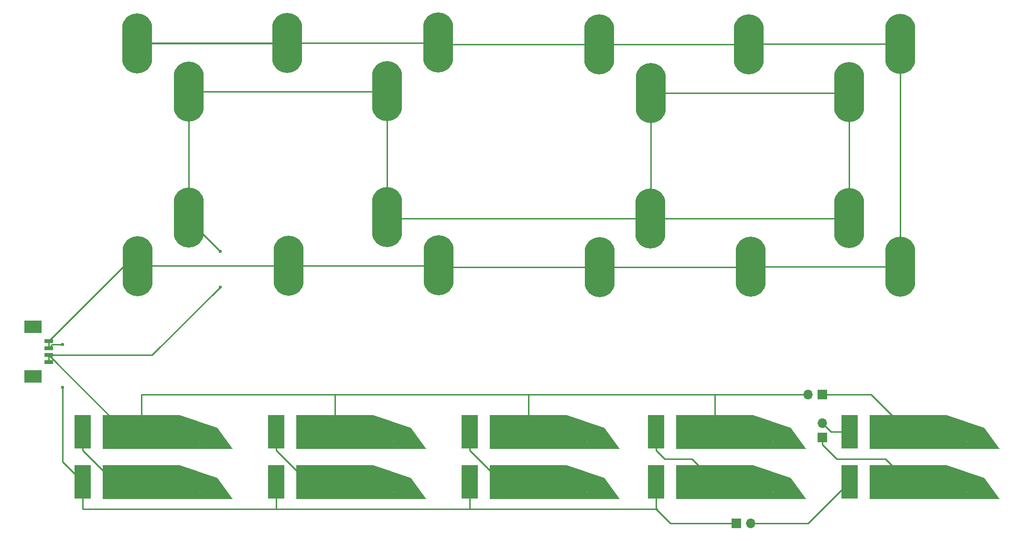
<source format=gtl>
G04 #@! TF.FileFunction,Copper,L1,Top,Signal*
%FSLAX46Y46*%
G04 Gerber Fmt 4.6, Leading zero omitted, Abs format (unit mm)*
G04 Created by KiCad (PCBNEW 4.0.7) date Fri Jul 20 16:26:56 2018*
%MOMM*%
%LPD*%
G01*
G04 APERTURE LIST*
%ADD10C,0.100000*%
%ADD11O,5.330000X10.660000*%
%ADD12R,3.000000X6.000000*%
%ADD13R,13.720000X6.000000*%
%ADD14R,4.000000X1.500000*%
%ADD15R,15.000000X1.000000*%
%ADD16R,1.700000X1.700000*%
%ADD17O,1.700000X1.700000*%
%ADD18R,1.500000X0.800000*%
%ADD19R,3.100000X2.200000*%
%ADD20C,0.600000*%
%ADD21C,0.250000*%
G04 APERTURE END LIST*
D10*
D11*
X212174800Y-50599200D03*
X247343800Y-50507200D03*
X203060800Y-42009200D03*
X229608800Y-41990200D03*
X256378800Y-41895200D03*
X247327800Y-72849200D03*
X212158800Y-72941200D03*
X256441800Y-81439200D03*
X229893800Y-81458200D03*
X203123800Y-81553200D03*
D12*
X111506000Y-110744000D03*
D13*
X121920000Y-110744000D03*
D10*
G36*
X128755000Y-113694000D02*
X128755000Y-107794000D01*
X135405000Y-110094000D01*
X135405000Y-111394000D01*
X128755000Y-113694000D01*
X128755000Y-113694000D01*
G37*
G36*
X138097000Y-113800500D02*
X131397000Y-113800500D01*
X134097000Y-110100500D01*
X135397000Y-110100500D01*
X138097000Y-113800500D01*
X138097000Y-113800500D01*
G37*
D14*
X130365500Y-113030000D03*
D15*
X123888500Y-113284000D03*
X122555000Y-113284000D03*
D12*
X145796000Y-110744000D03*
D13*
X156210000Y-110744000D03*
D10*
G36*
X163045000Y-113694000D02*
X163045000Y-107794000D01*
X169695000Y-110094000D01*
X169695000Y-111394000D01*
X163045000Y-113694000D01*
X163045000Y-113694000D01*
G37*
G36*
X172387000Y-113800500D02*
X165687000Y-113800500D01*
X168387000Y-110100500D01*
X169687000Y-110100500D01*
X172387000Y-113800500D01*
X172387000Y-113800500D01*
G37*
D14*
X164655500Y-113030000D03*
D15*
X158178500Y-113284000D03*
X156845000Y-113284000D03*
D11*
X130336000Y-50396000D03*
X165505000Y-50304000D03*
X121222000Y-41806000D03*
X147770000Y-41787000D03*
X174540000Y-41692000D03*
X165489000Y-72646000D03*
X130320000Y-72738000D03*
X174603000Y-81236000D03*
X148055000Y-81255000D03*
X121285000Y-81350000D03*
D12*
X180086000Y-110744000D03*
D13*
X190500000Y-110744000D03*
D10*
G36*
X197335000Y-113694000D02*
X197335000Y-107794000D01*
X203985000Y-110094000D01*
X203985000Y-111394000D01*
X197335000Y-113694000D01*
X197335000Y-113694000D01*
G37*
G36*
X206677000Y-113800500D02*
X199977000Y-113800500D01*
X202677000Y-110100500D01*
X203977000Y-110100500D01*
X206677000Y-113800500D01*
X206677000Y-113800500D01*
G37*
D14*
X198945500Y-113030000D03*
D15*
X192468500Y-113284000D03*
X191135000Y-113284000D03*
D12*
X213106000Y-110744000D03*
D13*
X223520000Y-110744000D03*
D10*
G36*
X230355000Y-113694000D02*
X230355000Y-107794000D01*
X237005000Y-110094000D01*
X237005000Y-111394000D01*
X230355000Y-113694000D01*
X230355000Y-113694000D01*
G37*
G36*
X239697000Y-113800500D02*
X232997000Y-113800500D01*
X235697000Y-110100500D01*
X236997000Y-110100500D01*
X239697000Y-113800500D01*
X239697000Y-113800500D01*
G37*
D14*
X231965500Y-113030000D03*
D15*
X225488500Y-113284000D03*
X224155000Y-113284000D03*
D12*
X247396000Y-110744000D03*
D13*
X257810000Y-110744000D03*
D10*
G36*
X264645000Y-113694000D02*
X264645000Y-107794000D01*
X271295000Y-110094000D01*
X271295000Y-111394000D01*
X264645000Y-113694000D01*
X264645000Y-113694000D01*
G37*
G36*
X273987000Y-113800500D02*
X267287000Y-113800500D01*
X269987000Y-110100500D01*
X271287000Y-110100500D01*
X273987000Y-113800500D01*
X273987000Y-113800500D01*
G37*
D14*
X266255500Y-113030000D03*
D15*
X259778500Y-113284000D03*
X258445000Y-113284000D03*
D12*
X111506000Y-119634000D03*
D13*
X121920000Y-119634000D03*
D10*
G36*
X128755000Y-122584000D02*
X128755000Y-116684000D01*
X135405000Y-118984000D01*
X135405000Y-120284000D01*
X128755000Y-122584000D01*
X128755000Y-122584000D01*
G37*
G36*
X138097000Y-122690500D02*
X131397000Y-122690500D01*
X134097000Y-118990500D01*
X135397000Y-118990500D01*
X138097000Y-122690500D01*
X138097000Y-122690500D01*
G37*
D14*
X130365500Y-121920000D03*
D15*
X123888500Y-122174000D03*
X122555000Y-122174000D03*
D12*
X145796000Y-119634000D03*
D13*
X156210000Y-119634000D03*
D10*
G36*
X163045000Y-122584000D02*
X163045000Y-116684000D01*
X169695000Y-118984000D01*
X169695000Y-120284000D01*
X163045000Y-122584000D01*
X163045000Y-122584000D01*
G37*
G36*
X172387000Y-122690500D02*
X165687000Y-122690500D01*
X168387000Y-118990500D01*
X169687000Y-118990500D01*
X172387000Y-122690500D01*
X172387000Y-122690500D01*
G37*
D14*
X164655500Y-121920000D03*
D15*
X158178500Y-122174000D03*
X156845000Y-122174000D03*
D12*
X180086000Y-119634000D03*
D13*
X190500000Y-119634000D03*
D10*
G36*
X197335000Y-122584000D02*
X197335000Y-116684000D01*
X203985000Y-118984000D01*
X203985000Y-120284000D01*
X197335000Y-122584000D01*
X197335000Y-122584000D01*
G37*
G36*
X206677000Y-122690500D02*
X199977000Y-122690500D01*
X202677000Y-118990500D01*
X203977000Y-118990500D01*
X206677000Y-122690500D01*
X206677000Y-122690500D01*
G37*
D14*
X198945500Y-121920000D03*
D15*
X192468500Y-122174000D03*
X191135000Y-122174000D03*
D12*
X213106000Y-119634000D03*
D13*
X223520000Y-119634000D03*
D10*
G36*
X230355000Y-122584000D02*
X230355000Y-116684000D01*
X237005000Y-118984000D01*
X237005000Y-120284000D01*
X230355000Y-122584000D01*
X230355000Y-122584000D01*
G37*
G36*
X239697000Y-122690500D02*
X232997000Y-122690500D01*
X235697000Y-118990500D01*
X236997000Y-118990500D01*
X239697000Y-122690500D01*
X239697000Y-122690500D01*
G37*
D14*
X231965500Y-121920000D03*
D15*
X225488500Y-122174000D03*
X224155000Y-122174000D03*
D12*
X247396000Y-119634000D03*
D13*
X257810000Y-119634000D03*
D10*
G36*
X264645000Y-122584000D02*
X264645000Y-116684000D01*
X271295000Y-118984000D01*
X271295000Y-120284000D01*
X264645000Y-122584000D01*
X264645000Y-122584000D01*
G37*
G36*
X273987000Y-122690500D02*
X267287000Y-122690500D01*
X269987000Y-118990500D01*
X271287000Y-118990500D01*
X273987000Y-122690500D01*
X273987000Y-122690500D01*
G37*
D14*
X266255500Y-121920000D03*
D15*
X259778500Y-122174000D03*
X258445000Y-122174000D03*
D16*
X242570000Y-111760000D03*
D17*
X242570000Y-109220000D03*
D16*
X227330000Y-127000000D03*
D17*
X229870000Y-127000000D03*
D18*
X105515000Y-94645000D03*
X105515000Y-95895000D03*
X105515000Y-97145000D03*
X105515000Y-98395000D03*
D19*
X102765000Y-92145000D03*
X102765000Y-100895000D03*
D16*
X242570000Y-104140000D03*
D17*
X240030000Y-104140000D03*
D20*
X135890000Y-85090000D03*
X135890000Y-78740000D03*
X107950000Y-95250000D03*
X107950000Y-102870000D03*
D21*
X247396000Y-110744000D02*
X244094000Y-110744000D01*
X244094000Y-110744000D02*
X242570000Y-109220000D01*
X267970000Y-110744000D02*
X269176500Y-111950500D01*
X269176500Y-111950500D02*
X270637000Y-111950500D01*
X242570000Y-104140000D02*
X251206000Y-104140000D01*
X251206000Y-104140000D02*
X257810000Y-110744000D01*
X134747000Y-111950500D02*
X133540500Y-110744000D01*
X133540500Y-110744000D02*
X121920000Y-110744000D01*
X169037000Y-111950500D02*
X167830500Y-110744000D01*
X167830500Y-110744000D02*
X156210000Y-110744000D01*
X233680000Y-110744000D02*
X234886500Y-111950500D01*
X234886500Y-111950500D02*
X236347000Y-111950500D01*
X190500000Y-110744000D02*
X190500000Y-104140000D01*
X247343800Y-50507200D02*
X247251800Y-50599200D01*
X247251800Y-50599200D02*
X212174800Y-50599200D01*
X165505000Y-50304000D02*
X165413000Y-50396000D01*
X165413000Y-50396000D02*
X130336000Y-50396000D01*
X121920000Y-110744000D02*
X119114000Y-110744000D01*
X119114000Y-110744000D02*
X105515000Y-97145000D01*
X105515000Y-97145000D02*
X105515000Y-98395000D01*
X130320000Y-72738000D02*
X130320000Y-73170000D01*
X130320000Y-73170000D02*
X135890000Y-78740000D01*
X123835000Y-97145000D02*
X105515000Y-97145000D01*
X135890000Y-85090000D02*
X123835000Y-97145000D01*
X240030000Y-104140000D02*
X223520000Y-104140000D01*
X223520000Y-104140000D02*
X190500000Y-104140000D01*
X190500000Y-104140000D02*
X156210000Y-104140000D01*
X156210000Y-104140000D02*
X121920000Y-104140000D01*
X222504000Y-110744000D02*
X223520000Y-110744000D01*
X223520000Y-110744000D02*
X223520000Y-104140000D01*
X156210000Y-110744000D02*
X156210000Y-104140000D01*
X121920000Y-110744000D02*
X121920000Y-104140000D01*
X165489000Y-72646000D02*
X165489000Y-75319000D01*
X212174800Y-50599200D02*
X212174800Y-72925200D01*
X212174800Y-72925200D02*
X212158800Y-72941200D01*
X165505000Y-50304000D02*
X165505000Y-72630000D01*
X165505000Y-72630000D02*
X165489000Y-72646000D01*
X130336000Y-50396000D02*
X130336000Y-72722000D01*
X130336000Y-72722000D02*
X130320000Y-72738000D01*
X247343800Y-50507200D02*
X247343800Y-72833200D01*
X247343800Y-72833200D02*
X247235800Y-72941200D01*
X247235800Y-72941200D02*
X165784200Y-72941200D01*
X165784200Y-72941200D02*
X165581000Y-72738000D01*
X134747000Y-120840500D02*
X133540500Y-119634000D01*
X133540500Y-119634000D02*
X121920000Y-119634000D01*
X121920000Y-119634000D02*
X117094000Y-119634000D01*
X117094000Y-119634000D02*
X111506000Y-114046000D01*
X111506000Y-114046000D02*
X111506000Y-110744000D01*
X169037000Y-120840500D02*
X167830500Y-119634000D01*
X167830500Y-119634000D02*
X156210000Y-119634000D01*
X156210000Y-119634000D02*
X151384000Y-119634000D01*
X151384000Y-119634000D02*
X145796000Y-114046000D01*
X145796000Y-114046000D02*
X145796000Y-110744000D01*
X203327000Y-120840500D02*
X202120500Y-119634000D01*
X202120500Y-119634000D02*
X190500000Y-119634000D01*
X190500000Y-119634000D02*
X185674000Y-119634000D01*
X185674000Y-119634000D02*
X180086000Y-114046000D01*
X180086000Y-114046000D02*
X180086000Y-110744000D01*
X185674000Y-119634000D02*
X180086000Y-114046000D01*
X180086000Y-114046000D02*
X180086000Y-110744000D01*
X233680000Y-119634000D02*
X234886500Y-120840500D01*
X234886500Y-120840500D02*
X236347000Y-120840500D01*
X223520000Y-119634000D02*
X219456000Y-115570000D01*
X213106000Y-114046000D02*
X213106000Y-110744000D01*
X214630000Y-115570000D02*
X213106000Y-114046000D01*
X219456000Y-115570000D02*
X214630000Y-115570000D01*
X223520000Y-119634000D02*
X219964000Y-119634000D01*
X213106000Y-112776000D02*
X213106000Y-110744000D01*
X174603000Y-81236000D02*
X174584000Y-81255000D01*
X174584000Y-81255000D02*
X148055000Y-81255000D01*
X229893800Y-81458200D02*
X229798800Y-81553200D01*
X229798800Y-81553200D02*
X203123800Y-81553200D01*
X203060800Y-42009200D02*
X203079800Y-41990200D01*
X203079800Y-41990200D02*
X229608800Y-41990200D01*
X147770000Y-41787000D02*
X147751000Y-41806000D01*
X147751000Y-41806000D02*
X121222000Y-41806000D01*
X111506000Y-119634000D02*
X107950000Y-116078000D01*
X106160000Y-95250000D02*
X105515000Y-95895000D01*
X107950000Y-95250000D02*
X106160000Y-95250000D01*
X107950000Y-116078000D02*
X107950000Y-102870000D01*
X105515000Y-94645000D02*
X105515000Y-95895000D01*
X121285000Y-81350000D02*
X118810000Y-81350000D01*
X118810000Y-81350000D02*
X105515000Y-94645000D01*
X227330000Y-127000000D02*
X215646000Y-127000000D01*
X215646000Y-127000000D02*
X213106000Y-124460000D01*
X213106000Y-119634000D02*
X213106000Y-122174000D01*
X213106000Y-119634000D02*
X213106000Y-124460000D01*
X213106000Y-124460000D02*
X213360000Y-124460000D01*
X180086000Y-119634000D02*
X180086000Y-124460000D01*
X180086000Y-124460000D02*
X180340000Y-124460000D01*
X145796000Y-119634000D02*
X145796000Y-124460000D01*
X145796000Y-124460000D02*
X146050000Y-124460000D01*
X111506000Y-119634000D02*
X111506000Y-124460000D01*
X111506000Y-124460000D02*
X111760000Y-124460000D01*
X213360000Y-124460000D02*
X180340000Y-124460000D01*
X180340000Y-124460000D02*
X146050000Y-124460000D01*
X146050000Y-124460000D02*
X111760000Y-124460000D01*
X256378800Y-41895200D02*
X256378800Y-81376200D01*
X256378800Y-81376200D02*
X256441800Y-81439200D01*
X256441800Y-81439200D02*
X229912800Y-81439200D01*
X229912800Y-81439200D02*
X229798800Y-81553200D01*
X229798800Y-81553200D02*
X174920200Y-81553200D01*
X174920200Y-81553200D02*
X174622000Y-81255000D01*
X174622000Y-81255000D02*
X121380000Y-81255000D01*
X256378800Y-41895200D02*
X229703800Y-41895200D01*
X229703800Y-41895200D02*
X229589800Y-42009200D01*
X229589800Y-42009200D02*
X174857200Y-42009200D01*
X174857200Y-42009200D02*
X174635000Y-41787000D01*
X174635000Y-41787000D02*
X121241000Y-41787000D01*
X121241000Y-41787000D02*
X121222000Y-41806000D01*
X267970000Y-119634000D02*
X269176500Y-120840500D01*
X269176500Y-120840500D02*
X270637000Y-120840500D01*
X242570000Y-111760000D02*
X242570000Y-113030000D01*
X253746000Y-115570000D02*
X257810000Y-119634000D01*
X245110000Y-115570000D02*
X253746000Y-115570000D01*
X242570000Y-113030000D02*
X245110000Y-115570000D01*
X257810000Y-119634000D02*
X252984000Y-119634000D01*
X229870000Y-127000000D02*
X240030000Y-127000000D01*
X240030000Y-127000000D02*
X247396000Y-119634000D01*
X247396000Y-119634000D02*
X246126000Y-119634000D01*
M02*

</source>
